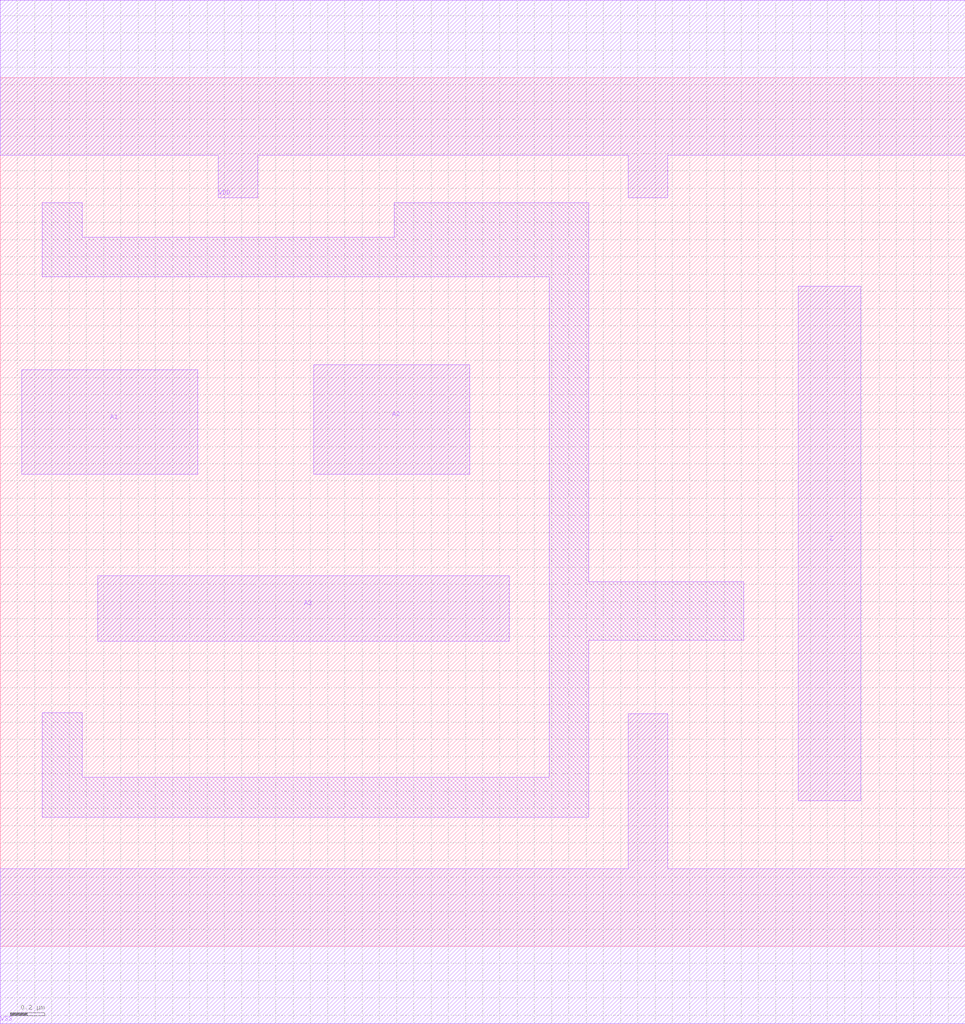
<source format=lef>
# Copyright 2022 GlobalFoundries PDK Authors
#
# Licensed under the Apache License, Version 2.0 (the "License");
# you may not use this file except in compliance with the License.
# You may obtain a copy of the License at
#
#      http://www.apache.org/licenses/LICENSE-2.0
#
# Unless required by applicable law or agreed to in writing, software
# distributed under the License is distributed on an "AS IS" BASIS,
# WITHOUT WARRANTIES OR CONDITIONS OF ANY KIND, either express or implied.
# See the License for the specific language governing permissions and
# limitations under the License.

MACRO gf180mcu_fd_sc_mcu9t5v0__and3_1
  CLASS core ;
  FOREIGN gf180mcu_fd_sc_mcu9t5v0__and3_1 0.0 0.0 ;
  ORIGIN 0 0 ;
  SYMMETRY X Y ;
  SITE GF018hv5v_green_sc9 ;
  SIZE 5.6 BY 5.04 ;
  PIN A1
    DIRECTION INPUT ;
    ANTENNAGATEAREA 0.761 ;
    PORT
      LAYER METAL1 ;
        POLYGON 0.125 2.74 1.145 2.74 1.145 3.345 0.125 3.345  ;
    END
  END A1
  PIN A2
    DIRECTION INPUT ;
    ANTENNAGATEAREA 0.761 ;
    PORT
      LAYER METAL1 ;
        POLYGON 1.82 2.74 2.725 2.74 2.725 3.375 1.82 3.375  ;
    END
  END A2
  PIN A3
    DIRECTION INPUT ;
    ANTENNAGATEAREA 0.761 ;
    PORT
      LAYER METAL1 ;
        POLYGON 0.565 1.77 2.955 1.77 2.955 2.15 0.565 2.15  ;
    END
  END A3
  PIN Z
    DIRECTION OUTPUT ;
    ANTENNADIFFAREA 1.386 ;
    PORT
      LAYER METAL1 ;
        POLYGON 4.63 0.845 4.995 0.845 4.995 3.83 4.63 3.83  ;
    END
  END Z
  PIN VDD
    DIRECTION INOUT ;
    USE power ;
    SHAPE ABUTMENT ;
    PORT
      LAYER METAL1 ;
        POLYGON 0 4.59 1.265 4.59 1.265 4.345 1.495 4.345 1.495 4.59 3.645 4.59 3.645 4.345 3.875 4.345 3.875 4.59 4.315 4.59 5.6 4.59 5.6 5.49 4.315 5.49 0 5.49  ;
    END
  END VDD
  PIN VSS
    DIRECTION INOUT ;
    USE ground ;
    SHAPE ABUTMENT ;
    PORT
      LAYER METAL1 ;
        POLYGON 0 -0.45 5.6 -0.45 5.6 0.45 3.875 0.45 3.875 1.35 3.645 1.35 3.645 0.45 0 0.45  ;
    END
  END VSS
  OBS
      LAYER METAL1 ;
        POLYGON 0.245 3.885 3.185 3.885 3.185 0.98 0.475 0.98 0.475 1.355 0.245 1.355 0.245 0.75 3.415 0.75 3.415 1.775 4.315 1.775 4.315 2.115 3.415 2.115 3.415 4.315 2.285 4.315 2.285 4.115 0.475 4.115 0.475 4.315 0.245 4.315  ;
  END
END gf180mcu_fd_sc_mcu9t5v0__and3_1

</source>
